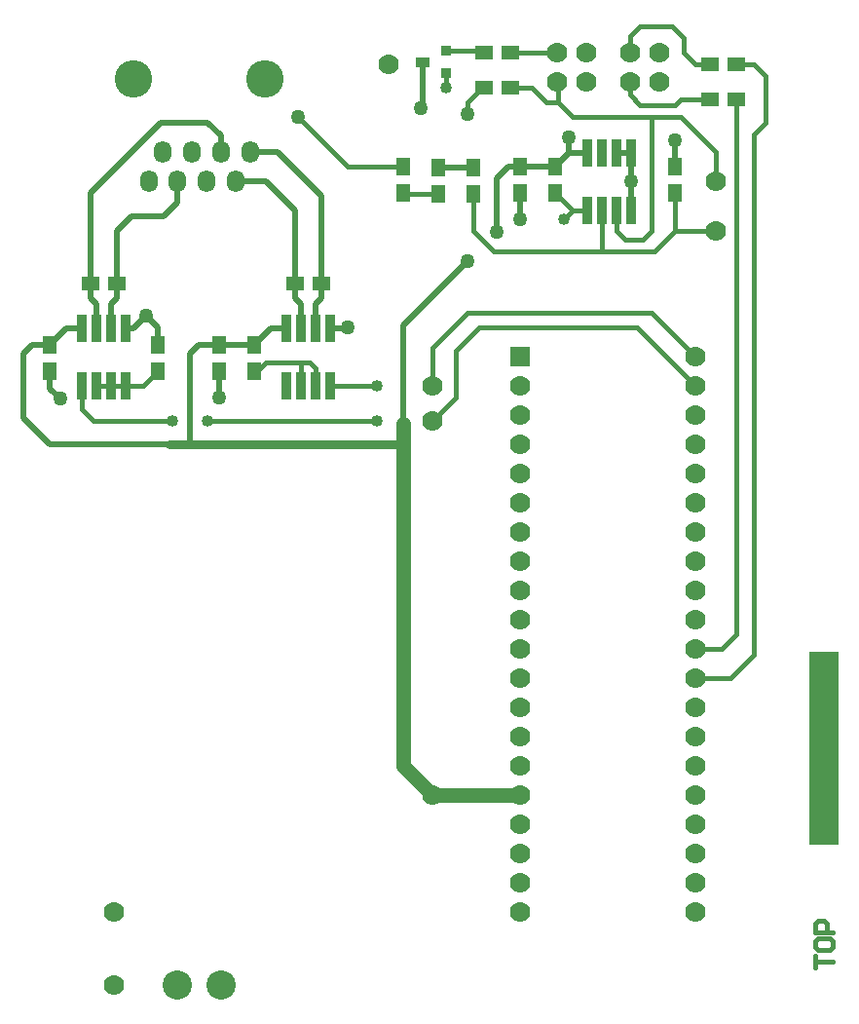
<source format=gtl>
%FSLAX24Y24*%
%MOIN*%
G70*
G01*
G75*
%ADD10R,0.0500X0.0600*%
%ADD11R,0.0320X0.0950*%
%ADD12R,0.0600X0.0500*%
%ADD13R,0.0360X0.0360*%
%ADD14R,0.0500X0.0360*%
%ADD15C,0.0200*%
%ADD16C,0.0500*%
%ADD17C,0.0150*%
%ADD18C,0.0300*%
%ADD19R,0.1000X0.6600*%
%ADD20C,0.0700*%
%ADD21O,0.0600X0.0750*%
%ADD22C,0.1280*%
%ADD23C,0.1000*%
%ADD24R,0.0700X0.0700*%
%ADD25C,0.0500*%
%ADD26C,0.0400*%
D10*
X120100Y95500D02*
D03*
Y94600D02*
D03*
X115000Y89400D02*
D03*
Y88500D02*
D03*
X125300Y95500D02*
D03*
X121300Y94580D02*
D03*
Y95480D02*
D03*
X122500Y95450D02*
D03*
X111700Y88500D02*
D03*
X129400Y94600D02*
D03*
X122500Y94550D02*
D03*
X125300Y94600D02*
D03*
X129400Y95500D02*
D03*
X111700Y89400D02*
D03*
X108000Y89400D02*
D03*
Y88500D02*
D03*
X113800Y89400D02*
D03*
Y88500D02*
D03*
X124100Y95500D02*
D03*
X124100Y94600D02*
D03*
D11*
X117600Y88000D02*
D03*
X116100Y89969D02*
D03*
X116600D02*
D03*
X117100D02*
D03*
X117100Y88000D02*
D03*
X109100Y89969D02*
D03*
X110100D02*
D03*
X109600D02*
D03*
X109100Y88000D02*
D03*
X116100D02*
D03*
X116600Y88000D02*
D03*
X109600D02*
D03*
X110100D02*
D03*
X110600Y88000D02*
D03*
X117600Y89969D02*
D03*
X110600D02*
D03*
X127400Y94000D02*
D03*
X126400Y94000D02*
D03*
X127900Y95969D02*
D03*
X127400D02*
D03*
X126900D02*
D03*
X126400D02*
D03*
X127900Y94000D02*
D03*
X126900Y94000D02*
D03*
D12*
X130600Y97800D02*
D03*
X116400Y91500D02*
D03*
X117300D02*
D03*
X131500Y97800D02*
D03*
X110300Y91500D02*
D03*
X109400D02*
D03*
X123750Y99400D02*
D03*
X130600Y99000D02*
D03*
X131500D02*
D03*
X122850Y99400D02*
D03*
Y98200D02*
D03*
X123750D02*
D03*
D13*
X121550Y99450D02*
D03*
Y98700D02*
D03*
D14*
X120750Y99080D02*
D03*
D15*
X123700Y95500D02*
X125300D01*
X113100Y89400D02*
X115000D01*
X120100Y90050D02*
X122300Y92250D01*
X120750Y97550D02*
Y99080D01*
X120700Y97500D02*
X120750Y97550D01*
X123300Y93250D02*
Y95100D01*
X123700Y95500D01*
X129400D02*
Y96400D01*
X127400Y95969D02*
X127900D01*
X125300Y95500D02*
X125768Y95969D01*
X126400D01*
X121300Y95480D02*
X122500Y95450D01*
X125768Y95969D02*
Y96482D01*
X125750Y96500D02*
X125768Y96482D01*
X124100Y93700D02*
Y94600D01*
Y93700D02*
X124100Y93700D01*
X127900Y94000D02*
Y95969D01*
X127900Y95969D02*
X127900Y95969D01*
X107100Y89100D02*
X107400Y89400D01*
X108000D01*
X108000Y89400D01*
X112800Y89100D02*
X113100Y89400D01*
X115000D02*
X115569Y89969D01*
X116100D01*
X113800Y87600D02*
Y88500D01*
X117600Y89969D02*
X118268D01*
X118200Y90000D02*
X118268Y89969D01*
X117100D02*
Y90800D01*
X117300Y91000D01*
X116600Y89969D02*
Y90800D01*
X116400Y91000D02*
X116600Y90800D01*
X114350Y95000D02*
X115400D01*
X116400Y94000D01*
Y91000D02*
Y94000D01*
X114850Y96000D02*
X115800D01*
X117300Y94500D01*
Y91000D02*
Y94500D01*
X112350Y94250D02*
Y95000D01*
X111900Y93800D02*
X112350Y94250D01*
X110800Y93800D02*
X111900D01*
X110300Y93300D02*
X110800Y93800D01*
X113850Y96000D02*
Y96550D01*
X113400Y97000D02*
X113850Y96550D01*
X111800Y97000D02*
X113400D01*
X109400Y94600D02*
X111800Y97000D01*
X109400Y91000D02*
X109600Y90800D01*
Y89969D02*
Y90800D01*
X109400Y91000D02*
Y94600D01*
X110100Y90800D02*
X110300Y91000D01*
X110100Y89969D02*
Y90800D01*
X110300Y91000D02*
Y93300D01*
X108000Y89400D02*
X108568Y89969D01*
X109100D01*
X110600D02*
X110869D01*
X111300Y90400D01*
X111700Y90000D01*
Y89400D02*
Y90000D01*
X107100Y86900D02*
X108000Y86000D01*
X112100D01*
X107100Y86900D02*
Y89100D01*
X112800Y86000D02*
Y89100D01*
X108000Y87900D02*
Y88500D01*
Y87900D02*
X108350Y87550D01*
X120100Y86700D02*
Y90050D01*
D16*
Y86000D02*
Y86700D01*
X121100Y74000D02*
X124100D01*
X120100Y75000D02*
X121100Y74000D01*
X120100Y75000D02*
Y86000D01*
D17*
X116500Y97200D02*
X118200Y95500D01*
X120100D01*
Y94600D02*
X120120Y94580D01*
X121300D01*
X130100Y99000D02*
X130600D01*
X129700Y99400D02*
X130100Y99000D01*
X121900Y87600D02*
Y89200D01*
X129400Y93300D02*
X130800D01*
X125900Y97200D02*
X129600D01*
X130800Y95000D02*
Y96000D01*
X129600Y97200D02*
X130800Y96000D01*
X125400Y97700D02*
Y98300D01*
X128600Y93300D02*
Y97200D01*
X128200Y97600D02*
X129400D01*
X127850Y97950D02*
X128200Y97600D01*
X128300Y93000D02*
X128600Y93300D01*
X127700Y93000D02*
X128300D01*
X127400Y93300D02*
X127700Y93000D01*
X127400Y93300D02*
Y94000D01*
X131500Y99000D02*
X132100D01*
X132500Y98600D01*
Y97000D02*
Y98600D01*
X132100Y96600D02*
X132500Y97000D01*
X132100Y78800D02*
Y96600D01*
X131300Y78000D02*
X132100Y78800D01*
X130100Y78000D02*
X131300D01*
X130100Y79000D02*
X131000D01*
X131500Y79500D01*
Y97800D01*
X129700Y99400D02*
Y99900D01*
X129300Y100300D02*
X129700Y99900D01*
X128200Y100300D02*
X129300D01*
X127850Y99950D02*
X128200Y100300D01*
X127850Y99400D02*
Y99950D01*
X122800Y98200D02*
X122850D01*
X122300Y97700D02*
X122800Y98200D01*
X123200Y92600D02*
X128700D01*
X125300Y94600D02*
X125900Y94000D01*
X125600Y93700D02*
X125900Y94000D01*
X128700Y92600D02*
X129400Y93300D01*
Y94600D01*
X125400Y97700D02*
X125900Y97200D01*
X123750Y99400D02*
X125350D01*
X125000Y97700D02*
X125400D01*
X123750Y98200D02*
X124500D01*
X125350Y98400D02*
X125400Y98300D01*
X121550Y99450D02*
X122800D01*
X122850Y99400D01*
X124500Y98200D02*
X125000Y97700D01*
X127850Y97950D02*
Y98400D01*
X129400Y97600D02*
X129600Y97800D01*
X130600D01*
X126900Y92600D02*
Y94000D01*
X122500Y93310D02*
Y94550D01*
Y93310D02*
X123200Y92600D01*
X115000Y88500D02*
X115100D01*
X115400Y88800D01*
X116900D02*
X117100Y88600D01*
Y88000D02*
Y88600D01*
X116600Y88000D02*
Y88800D01*
X115400Y88800D02*
X116900D01*
X110600Y88000D02*
X111200D01*
X111700Y88500D01*
X110600Y88000D02*
X110600Y88000D01*
X109600Y88000D02*
X110600D01*
X117600Y88000D02*
X119200D01*
X122300Y90500D02*
X128600D01*
X129600Y89500D01*
X130100Y89000D01*
X128100Y90000D02*
X130100Y88000D01*
X121100Y89300D02*
X122300Y90500D01*
X121100Y88000D02*
Y89300D01*
X122700Y90000D02*
X128100D01*
X121900Y89200D02*
X122700Y90000D01*
X121100Y86800D02*
X121900Y87600D01*
X118500Y86800D02*
X119200D01*
X113400D02*
X118500D01*
X109500D02*
X112200D01*
X109100Y87200D02*
X109500Y86800D01*
X109100Y87200D02*
Y88000D01*
X121550Y98200D02*
Y98700D01*
X125900Y94000D02*
X126400D01*
X122300Y97300D02*
Y97700D01*
X134200Y68100D02*
Y68500D01*
Y68300D01*
X134800D01*
X134200Y69000D02*
Y68800D01*
X134300Y68700D01*
X134700D01*
X134800Y68800D01*
Y69000D01*
X134700Y69100D01*
X134300D01*
X134200Y69000D01*
X134800Y69300D02*
X134200D01*
Y69600D01*
X134300Y69699D01*
X134500D01*
X134600Y69600D01*
Y69300D01*
D18*
X112800Y86000D02*
X120100D01*
X112100D02*
X112800D01*
D19*
X134500Y75600D02*
D03*
D20*
X119600Y99000D02*
D03*
X121100Y74000D02*
D03*
X130800Y93300D02*
D03*
Y95000D02*
D03*
X121100Y86800D02*
D03*
Y88000D02*
D03*
X110200Y70000D02*
D03*
Y67500D02*
D03*
X125350Y98400D02*
D03*
X126350Y99400D02*
D03*
Y98400D02*
D03*
X125350Y99400D02*
D03*
X128850Y99400D02*
D03*
Y98400D02*
D03*
X127850Y99400D02*
D03*
Y98400D02*
D03*
X124100Y70000D02*
D03*
Y71000D02*
D03*
Y72000D02*
D03*
Y73000D02*
D03*
X130100Y88000D02*
D03*
Y89000D02*
D03*
Y78000D02*
D03*
X124100Y74000D02*
D03*
X130100Y86000D02*
D03*
Y87000D02*
D03*
Y82000D02*
D03*
Y83000D02*
D03*
Y84000D02*
D03*
Y85000D02*
D03*
Y80000D02*
D03*
Y81000D02*
D03*
Y75000D02*
D03*
Y76000D02*
D03*
Y77000D02*
D03*
X124100Y81000D02*
D03*
Y77000D02*
D03*
Y78000D02*
D03*
Y79000D02*
D03*
Y80000D02*
D03*
X130100Y70000D02*
D03*
X124100Y82000D02*
D03*
Y83000D02*
D03*
Y84000D02*
D03*
Y85000D02*
D03*
Y86000D02*
D03*
Y87000D02*
D03*
Y88000D02*
D03*
X130100Y79000D02*
D03*
X124100Y76000D02*
D03*
Y75000D02*
D03*
X130100Y71000D02*
D03*
Y72000D02*
D03*
Y73000D02*
D03*
Y74000D02*
D03*
D21*
X112350Y95000D02*
D03*
X113850Y96000D02*
D03*
X112850Y96000D02*
D03*
X113350Y95000D02*
D03*
X114350D02*
D03*
X114850Y96000D02*
D03*
X111850D02*
D03*
X111400Y95000D02*
D03*
D22*
X115350Y98500D02*
D03*
X110850D02*
D03*
D23*
X112350Y67500D02*
D03*
X113850D02*
D03*
D24*
X124100Y89000D02*
D03*
D25*
X122300Y92250D02*
D03*
X120700Y97500D02*
D03*
X123300Y93250D02*
D03*
X129400Y96400D02*
D03*
X127900Y95000D02*
D03*
X125750Y96500D02*
D03*
X124100Y93700D02*
D03*
X113800Y87600D02*
D03*
X118200Y90000D02*
D03*
X111300Y90400D02*
D03*
X116500Y97200D02*
D03*
X122300Y97300D02*
D03*
X108350Y87550D02*
D03*
D26*
X125600Y93700D02*
D03*
X119200Y88000D02*
D03*
Y86800D02*
D03*
X113400D02*
D03*
X112200D02*
D03*
X121550Y98200D02*
D03*
M02*

</source>
